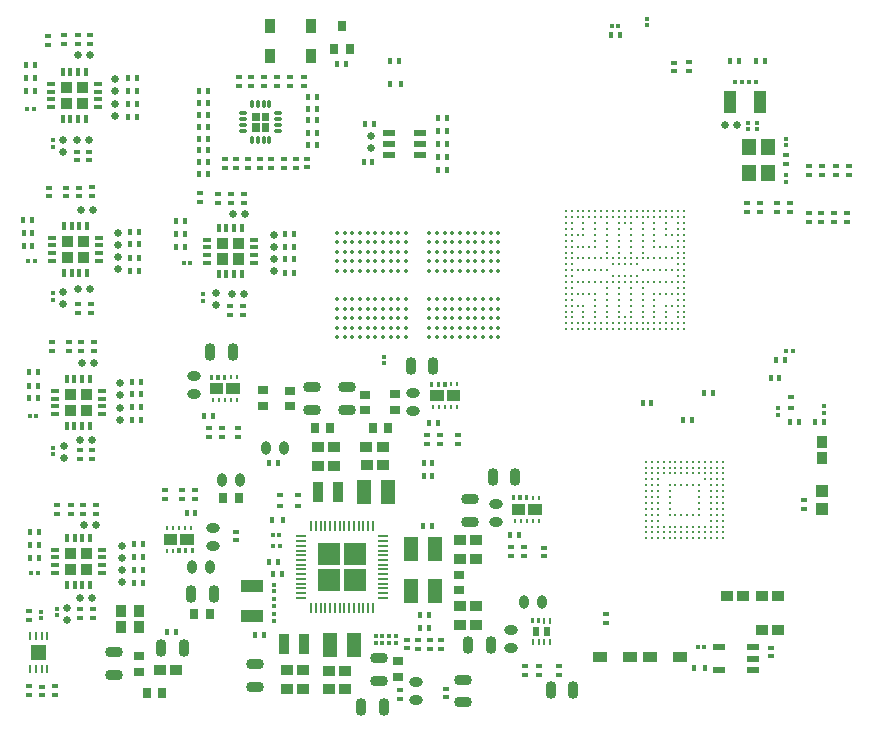
<source format=gbr>
%TF.GenerationSoftware,Altium Limited,Altium Designer,25.7.1 (20)*%
G04 Layer_Color=13421772*
%FSLAX45Y45*%
%MOMM*%
%TF.SameCoordinates,1AA72D45-9F13-4BD8-B423-63960E99F270*%
%TF.FilePolarity,Positive*%
%TF.FileFunction,Paste,Top*%
%TF.Part,Single*%
G01*
G75*
%TA.AperFunction,SMDPad,CuDef*%
%ADD10O,0.27940X0.81280*%
%ADD11O,0.81280X0.27940*%
%ADD13O,0.88900X1.14300*%
%ADD14O,1.14300X0.88900*%
%ADD15O,1.52400X0.88900*%
%ADD16O,0.88900X1.52400*%
%ADD18R,1.09220X1.90500*%
%ADD19R,0.86360X1.80340*%
%ADD20R,1.21920X2.00660*%
%ADD21C,0.63500*%
%ADD22R,1.21920X0.88900*%
%ADD23R,0.30480X0.30480*%
%ADD24R,0.83820X0.71120*%
%ADD25R,0.71120X0.88900*%
%ADD26R,1.19380X1.39700*%
%ADD27R,1.11760X0.60960*%
%ADD29R,0.35560X0.78740*%
%ADD30R,0.78740X0.35560*%
%ADD31R,0.20320X0.88900*%
%ADD33R,0.88900X0.20320*%
%TA.AperFunction,BGAPad,CuDef*%
%ADD34C,0.25400*%
%TA.AperFunction,SMDPad,CuDef*%
%ADD35R,0.27940X0.48260*%
G04:AMPARAMS|DCode=37|XSize=0.0254mm|YSize=0.0254mm|CornerRadius=0mm|HoleSize=0mm|Usage=FLASHONLY|Rotation=0.000|XOffset=0mm|YOffset=0mm|HoleType=Round|Shape=Octagon|*
%AMOCTAGOND37*
4,1,8,0.01270,-0.00635,0.01270,0.00635,0.00635,0.01270,-0.00635,0.01270,-0.01270,0.00635,-0.01270,-0.00635,-0.00635,-0.01270,0.00635,-0.01270,0.01270,-0.00635,0.0*
%
%ADD37OCTAGOND37*%

%ADD38R,0.25400X0.45720*%
%ADD41R,0.45720X0.60960*%
%ADD42R,0.99060X0.81280*%
%ADD43R,1.01600X1.01600*%
%ADD44R,0.25400X0.63500*%
%TA.AperFunction,BGAPad,CuDef*%
%ADD46C,0.35560*%
%TA.AperFunction,SMDPad,CuDef*%
%ADD50R,0.45720X0.50800*%
%ADD51R,0.50800X0.45720*%
%ADD52R,0.99060X0.81280*%
%ADD53R,0.81280X0.99060*%
%ADD54R,0.71120X0.83820*%
%ADD55R,0.30480X0.30480*%
%ADD56R,0.88900X1.21920*%
%ADD57R,1.90500X1.09220*%
%ADD58R,0.60960X0.45720*%
G36*
X726008Y5368417D02*
X630555D01*
Y5463870D01*
X726008D01*
Y5368417D01*
D02*
G37*
G36*
X591033D02*
X495579D01*
Y5463870D01*
X591033D01*
Y5368417D01*
D02*
G37*
G36*
X726008Y5233441D02*
X630555D01*
Y5328895D01*
X726008D01*
Y5233441D01*
D02*
G37*
G36*
X591033D02*
X495579D01*
Y5328895D01*
X591033D01*
Y5233441D01*
D02*
G37*
G36*
X2259559Y5131486D02*
X2197329D01*
Y5202606D01*
X2259559D01*
Y5131486D01*
D02*
G37*
G36*
X2179549D02*
X2117319D01*
Y5202606D01*
X2179549D01*
Y5131486D01*
D02*
G37*
G36*
X2259559Y5042586D02*
X2197329D01*
Y5113706D01*
X2259559D01*
Y5042586D01*
D02*
G37*
G36*
X2179549D02*
X2117319D01*
Y5113706D01*
X2179549D01*
Y5042586D01*
D02*
G37*
G36*
X736067Y4066388D02*
X640613D01*
Y4161841D01*
X736067D01*
Y4066388D01*
D02*
G37*
G36*
X601091D02*
X505638D01*
Y4161841D01*
X601091D01*
Y4066388D01*
D02*
G37*
G36*
X2047062Y4051325D02*
X1951609D01*
Y4146779D01*
X2047062D01*
Y4051325D01*
D02*
G37*
G36*
X1912087D02*
X1816633D01*
Y4146779D01*
X1912087D01*
Y4051325D01*
D02*
G37*
G36*
X736067Y3931412D02*
X640613D01*
Y4026865D01*
X736067D01*
Y3931412D01*
D02*
G37*
G36*
X601091D02*
X505638D01*
Y4026865D01*
X601091D01*
Y3931412D01*
D02*
G37*
G36*
X2047062Y3916350D02*
X1951609D01*
Y4011803D01*
X2047062D01*
Y3916350D01*
D02*
G37*
G36*
X1912087D02*
X1816633D01*
Y4011803D01*
X1912087D01*
Y3916350D01*
D02*
G37*
G36*
X1897126Y2941269D02*
X1869135D01*
Y2986253D01*
X1897126D01*
Y2941269D01*
D02*
G37*
G36*
X1841144D02*
X1813128D01*
Y2986253D01*
X1841144D01*
Y2941269D01*
D02*
G37*
G36*
X1785137D02*
X1757147D01*
Y2986253D01*
X1785137D01*
Y2941269D01*
D02*
G37*
G36*
X3764356Y2882087D02*
X3736365D01*
Y2927071D01*
X3764356D01*
Y2882087D01*
D02*
G37*
G36*
X3708375D02*
X3680358D01*
Y2927071D01*
X3708375D01*
Y2882087D01*
D02*
G37*
G36*
X3652368D02*
X3624377D01*
Y2927071D01*
X3652368D01*
Y2882087D01*
D02*
G37*
G36*
X2012544Y2819375D02*
X1897736D01*
Y2913151D01*
X2012544D01*
Y2819375D01*
D02*
G37*
G36*
X1872539D02*
X1757731D01*
Y2913151D01*
X1872539D01*
Y2819375D01*
D02*
G37*
G36*
X759231Y2770734D02*
X663778D01*
Y2866187D01*
X759231D01*
Y2770734D01*
D02*
G37*
G36*
X624256D02*
X528803D01*
Y2866187D01*
X624256D01*
Y2770734D01*
D02*
G37*
G36*
X3879774Y2760193D02*
X3764966D01*
Y2853969D01*
X3879774D01*
Y2760193D01*
D02*
G37*
G36*
X3739769D02*
X3624961D01*
Y2853969D01*
X3739769D01*
Y2760193D01*
D02*
G37*
G36*
X759231Y2635758D02*
X663778D01*
Y2731211D01*
X759231D01*
Y2635758D01*
D02*
G37*
G36*
X624256D02*
X528803D01*
Y2731211D01*
X624256D01*
Y2635758D01*
D02*
G37*
G36*
X4454500Y1921713D02*
X4426509D01*
Y1966697D01*
X4454500D01*
Y1921713D01*
D02*
G37*
G36*
X4398518D02*
X4370502D01*
Y1966697D01*
X4398518D01*
Y1921713D01*
D02*
G37*
G36*
X4342511D02*
X4314520D01*
Y1966697D01*
X4342511D01*
Y1921713D01*
D02*
G37*
G36*
X4569917Y1799819D02*
X4455109D01*
Y1893595D01*
X4569917D01*
Y1799819D01*
D02*
G37*
G36*
X4429912D02*
X4315104D01*
Y1893595D01*
X4429912D01*
Y1799819D01*
D02*
G37*
G36*
X1624305Y1545234D02*
X1509497D01*
Y1639011D01*
X1624305D01*
Y1545234D01*
D02*
G37*
G36*
X1484300D02*
X1369492D01*
Y1639011D01*
X1484300D01*
Y1545234D01*
D02*
G37*
G36*
X1624889Y1472133D02*
X1596898D01*
Y1517117D01*
X1624889D01*
Y1472133D01*
D02*
G37*
G36*
X1568907D02*
X1540891D01*
Y1517117D01*
X1568907D01*
Y1472133D01*
D02*
G37*
G36*
X1512900D02*
X1484909D01*
Y1517117D01*
X1512900D01*
Y1472133D01*
D02*
G37*
G36*
X760908Y1425753D02*
X665455D01*
Y1521206D01*
X760908D01*
Y1425753D01*
D02*
G37*
G36*
X625932D02*
X530479D01*
Y1521206D01*
X625932D01*
Y1425753D01*
D02*
G37*
G36*
X3077972Y1370736D02*
X2891968D01*
Y1556741D01*
X3077972D01*
Y1370736D01*
D02*
G37*
G36*
X2862961D02*
X2676957D01*
Y1556741D01*
X2862961D01*
Y1370736D01*
D02*
G37*
G36*
X760908Y1290777D02*
X665455D01*
Y1386230D01*
X760908D01*
Y1290777D01*
D02*
G37*
G36*
X625932D02*
X530479D01*
Y1386230D01*
X625932D01*
Y1290777D01*
D02*
G37*
G36*
X3077972Y1155725D02*
X2891968D01*
Y1341730D01*
X3077972D01*
Y1155725D01*
D02*
G37*
G36*
X2862961D02*
X2676957D01*
Y1341730D01*
X2862961D01*
Y1155725D01*
D02*
G37*
G36*
X4556862Y879399D02*
X4526864D01*
Y922401D01*
X4556862D01*
Y879399D01*
D02*
G37*
G36*
X4506874D02*
X4476877D01*
Y922401D01*
X4506874D01*
Y879399D01*
D02*
G37*
G36*
X4641875Y769899D02*
X4586859D01*
Y849909D01*
X4641875D01*
Y769899D01*
D02*
G37*
G36*
X4546879D02*
X4491863D01*
Y849909D01*
X4546879D01*
Y769899D01*
D02*
G37*
G36*
X368579Y572770D02*
X248590D01*
Y692760D01*
X368579D01*
Y572770D01*
D02*
G37*
D10*
X2263445Y4971948D02*
D03*
X2213432D02*
D03*
X2163445D02*
D03*
X2113432D02*
D03*
Y5273243D02*
D03*
X2163445D02*
D03*
X2213432D02*
D03*
X2263445D02*
D03*
D11*
X2037791Y5197602D02*
D03*
Y5147589D02*
D03*
Y5097602D02*
D03*
Y5047590D02*
D03*
X2339086D02*
D03*
Y5097602D02*
D03*
Y5147589D02*
D03*
Y5197602D02*
D03*
D13*
X4419727Y1057554D02*
D03*
X4572127D02*
D03*
X1858493Y2096643D02*
D03*
X2010893D02*
D03*
X2386584Y2364105D02*
D03*
X2234184D02*
D03*
X1606372Y1360246D02*
D03*
X1758772D02*
D03*
D14*
X4309974Y669519D02*
D03*
Y821919D02*
D03*
X3505098Y383540D02*
D03*
Y231140D02*
D03*
X3479698Y2680487D02*
D03*
Y2832887D02*
D03*
X1628115Y2977947D02*
D03*
Y2825547D02*
D03*
X4185717Y1892529D02*
D03*
Y1740129D02*
D03*
X1782623Y1535201D02*
D03*
Y1687601D02*
D03*
D15*
X2139747Y341401D02*
D03*
Y534441D02*
D03*
X2139163Y341833D02*
D03*
Y534873D02*
D03*
X3191205Y393141D02*
D03*
Y586181D02*
D03*
X3905910Y404089D02*
D03*
Y211049D02*
D03*
X2620035Y2879598D02*
D03*
Y2686558D02*
D03*
X2916834Y2685542D02*
D03*
Y2878582D02*
D03*
X947318Y636524D02*
D03*
Y443484D02*
D03*
X3957447Y1737868D02*
D03*
Y1930908D02*
D03*
D16*
X3232226Y175768D02*
D03*
X3039186D02*
D03*
X3234512D02*
D03*
X3041472D02*
D03*
X4643526Y315697D02*
D03*
X4836566D02*
D03*
X1537665Y668782D02*
D03*
X1344625D02*
D03*
X3652241Y3057957D02*
D03*
X3459201D02*
D03*
X1757629Y3174924D02*
D03*
X1950669D02*
D03*
X1597838Y1124509D02*
D03*
X1790878D02*
D03*
X4345305Y2118360D02*
D03*
X4152265D02*
D03*
X3945230Y694690D02*
D03*
X4138270D02*
D03*
D18*
X6164885Y5290033D02*
D03*
X6414872D02*
D03*
D19*
X2390216Y701853D02*
D03*
X2557196D02*
D03*
X2676500Y1991741D02*
D03*
X2843479D02*
D03*
D20*
X3066161Y1993722D02*
D03*
X3268091D02*
D03*
X3462655Y1506957D02*
D03*
X3664585D02*
D03*
X3460242Y1154049D02*
D03*
X3662172D02*
D03*
X2776880Y697306D02*
D03*
X2978810D02*
D03*
D21*
X6222086Y5099685D02*
D03*
X6120486D02*
D03*
X957656Y5485181D02*
D03*
Y5383581D02*
D03*
X519506Y3688029D02*
D03*
Y3586429D02*
D03*
X3125216Y5002809D02*
D03*
Y4901209D02*
D03*
X1810741Y3675761D02*
D03*
Y3574161D02*
D03*
X520192Y2383536D02*
D03*
Y2281936D02*
D03*
X546710Y1006246D02*
D03*
Y904646D02*
D03*
X514452Y4974819D02*
D03*
Y4873219D02*
D03*
X978002Y3883990D02*
D03*
Y3985590D02*
D03*
X645541Y3708476D02*
D03*
X747141D02*
D03*
X691109Y1715287D02*
D03*
X792709D02*
D03*
X980567Y4188206D02*
D03*
Y4086606D02*
D03*
X659536Y2434615D02*
D03*
X761136D02*
D03*
X1001293Y2605303D02*
D03*
Y2706903D02*
D03*
X1016000Y1535633D02*
D03*
Y1434033D02*
D03*
X665480Y4380560D02*
D03*
X767080D02*
D03*
X2303450Y3865423D02*
D03*
Y3967023D02*
D03*
X673862Y3085186D02*
D03*
X775462D02*
D03*
X1016711Y1228700D02*
D03*
Y1330300D02*
D03*
X1000277Y2914980D02*
D03*
Y2813380D02*
D03*
X655549Y1091997D02*
D03*
X757149D02*
D03*
X1943075Y3672002D02*
D03*
X2044675D02*
D03*
X1957324Y4347693D02*
D03*
X2058924D02*
D03*
X2301443Y4168191D02*
D03*
Y4066591D02*
D03*
X956970Y5177257D02*
D03*
Y5278857D02*
D03*
X633197Y4975047D02*
D03*
X734797D02*
D03*
X640105Y5693004D02*
D03*
X741705D02*
D03*
D22*
X5482057Y593573D02*
D03*
X5736057D02*
D03*
X5312791Y593522D02*
D03*
X5058791D02*
D03*
D23*
X6379083Y5464734D02*
D03*
X6325692D02*
D03*
X6208344Y5463337D02*
D03*
X6261735D02*
D03*
X5217693Y5935116D02*
D03*
X5164303D02*
D03*
X2295119Y1630782D02*
D03*
X2348509D02*
D03*
X222352Y3948074D02*
D03*
X275742D02*
D03*
X2295296Y1538046D02*
D03*
X2348687D02*
D03*
X6639154Y3181909D02*
D03*
X6692544D02*
D03*
X234290Y2632304D02*
D03*
X287680D02*
D03*
X213563Y5232425D02*
D03*
X266954D02*
D03*
X247015Y1306779D02*
D03*
X300406D02*
D03*
X1539469Y3929050D02*
D03*
X1592859D02*
D03*
X5890692Y675538D02*
D03*
X5944083D02*
D03*
D24*
X2435047Y2720619D02*
D03*
Y2850617D02*
D03*
X3076524Y2684501D02*
D03*
Y2814498D02*
D03*
X1162253Y471780D02*
D03*
Y601777D02*
D03*
X2209800Y2851582D02*
D03*
Y2721585D02*
D03*
X3322980Y2817800D02*
D03*
Y2687803D02*
D03*
X3354934Y558851D02*
D03*
Y428854D02*
D03*
X3869563Y1292606D02*
D03*
Y1162609D02*
D03*
D25*
X2812898Y5745074D02*
D03*
X2877668Y5935421D02*
D03*
X2942438Y5745074D02*
D03*
D26*
X6485941Y4909642D02*
D03*
Y4689627D02*
D03*
X6325921Y4909642D02*
D03*
Y4689627D02*
D03*
D27*
X6068466Y485750D02*
D03*
Y675742D02*
D03*
X6353454Y485750D02*
D03*
Y580746D02*
D03*
Y675742D02*
D03*
X3539388Y5032756D02*
D03*
Y4937760D02*
D03*
Y4842764D02*
D03*
X3275228Y5032756D02*
D03*
Y4937760D02*
D03*
Y4842764D02*
D03*
D29*
X718363Y4244137D02*
D03*
X653364D02*
D03*
X588340D02*
D03*
X523342D02*
D03*
Y3849116D02*
D03*
X588340D02*
D03*
X653364D02*
D03*
X718363D02*
D03*
X741528Y2553462D02*
D03*
X676529D02*
D03*
X611505D02*
D03*
X546506D02*
D03*
Y2948483D02*
D03*
X611505D02*
D03*
X676529D02*
D03*
X741528D02*
D03*
X708304Y5546166D02*
D03*
X643306D02*
D03*
X578282D02*
D03*
X513283D02*
D03*
Y5151145D02*
D03*
X578282D02*
D03*
X643306D02*
D03*
X708304D02*
D03*
X743204Y1208481D02*
D03*
X678205D02*
D03*
X613181D02*
D03*
X548183D02*
D03*
Y1603502D02*
D03*
X613181D02*
D03*
X678205D02*
D03*
X743204D02*
D03*
X2029358Y4229075D02*
D03*
X1964360D02*
D03*
X1899336D02*
D03*
X1834337D02*
D03*
Y3834054D02*
D03*
X1899336D02*
D03*
X1964360D02*
D03*
X2029358D02*
D03*
D30*
X423342Y4144137D02*
D03*
Y4079138D02*
D03*
Y4014114D02*
D03*
Y3949116D02*
D03*
X818363D02*
D03*
Y4014114D02*
D03*
Y4079138D02*
D03*
Y4144137D02*
D03*
X841527Y2848483D02*
D03*
Y2783484D02*
D03*
Y2718460D02*
D03*
Y2653462D02*
D03*
X446507D02*
D03*
Y2718460D02*
D03*
Y2783484D02*
D03*
Y2848483D02*
D03*
X413283Y5446166D02*
D03*
Y5381168D02*
D03*
Y5316144D02*
D03*
Y5251145D02*
D03*
X808304D02*
D03*
Y5316144D02*
D03*
Y5381168D02*
D03*
Y5446166D02*
D03*
X843204Y1503502D02*
D03*
Y1438504D02*
D03*
Y1373480D02*
D03*
Y1308481D02*
D03*
X448183D02*
D03*
Y1373480D02*
D03*
Y1438504D02*
D03*
Y1503502D02*
D03*
X1734337Y4129075D02*
D03*
Y4064076D02*
D03*
Y3999052D02*
D03*
Y3934054D02*
D03*
X2129358D02*
D03*
Y3999052D02*
D03*
Y4064076D02*
D03*
Y4129075D02*
D03*
D31*
X2617470Y1011225D02*
D03*
Y1701241D02*
D03*
X2657475Y1011225D02*
D03*
Y1701241D02*
D03*
X2697455Y1011225D02*
D03*
Y1701241D02*
D03*
X2737460Y1011225D02*
D03*
Y1701241D02*
D03*
X2777465Y1011225D02*
D03*
Y1701241D02*
D03*
X2817470Y1011225D02*
D03*
Y1701241D02*
D03*
X2857475Y1011225D02*
D03*
Y1701241D02*
D03*
X2897454Y1011225D02*
D03*
Y1701241D02*
D03*
X2937459Y1011225D02*
D03*
Y1701241D02*
D03*
X2977464Y1011225D02*
D03*
Y1701241D02*
D03*
X3017469Y1011225D02*
D03*
Y1701241D02*
D03*
X3057474Y1011225D02*
D03*
Y1701241D02*
D03*
X3097454Y1011225D02*
D03*
Y1701241D02*
D03*
X3137459Y1011225D02*
D03*
Y1701241D02*
D03*
D33*
X3222473Y1096239D02*
D03*
Y1136244D02*
D03*
Y1176223D02*
D03*
Y1216228D02*
D03*
Y1256233D02*
D03*
Y1296238D02*
D03*
Y1336243D02*
D03*
Y1376223D02*
D03*
Y1416228D02*
D03*
Y1456233D02*
D03*
Y1496238D02*
D03*
Y1536243D02*
D03*
Y1576222D02*
D03*
Y1616227D02*
D03*
X2532456Y1096239D02*
D03*
Y1136244D02*
D03*
Y1176223D02*
D03*
Y1216228D02*
D03*
Y1256233D02*
D03*
Y1296238D02*
D03*
Y1336243D02*
D03*
Y1376223D02*
D03*
Y1416228D02*
D03*
Y1456233D02*
D03*
Y1496238D02*
D03*
Y1536243D02*
D03*
Y1576222D02*
D03*
Y1616227D02*
D03*
D34*
X5450942Y1599463D02*
D03*
Y1649451D02*
D03*
Y1699463D02*
D03*
Y1749450D02*
D03*
Y1799463D02*
D03*
Y1849450D02*
D03*
Y1899463D02*
D03*
Y1949450D02*
D03*
Y1999463D02*
D03*
Y2049450D02*
D03*
Y2099462D02*
D03*
Y2149450D02*
D03*
Y2199462D02*
D03*
Y2249449D02*
D03*
X5500929Y1599463D02*
D03*
Y1649451D02*
D03*
Y1699463D02*
D03*
Y1749450D02*
D03*
Y1799463D02*
D03*
Y1849450D02*
D03*
Y1899463D02*
D03*
Y1949450D02*
D03*
Y1999463D02*
D03*
Y2049450D02*
D03*
Y2099462D02*
D03*
Y2149450D02*
D03*
Y2199462D02*
D03*
Y2249449D02*
D03*
X5550941Y1599463D02*
D03*
Y1649451D02*
D03*
Y1699463D02*
D03*
Y1749450D02*
D03*
Y1799463D02*
D03*
Y1849450D02*
D03*
Y1899463D02*
D03*
Y1949450D02*
D03*
Y1999463D02*
D03*
Y2049450D02*
D03*
Y2099462D02*
D03*
Y2149450D02*
D03*
Y2199462D02*
D03*
Y2249449D02*
D03*
X5600929Y1599463D02*
D03*
Y1649451D02*
D03*
Y1699463D02*
D03*
Y2149450D02*
D03*
Y2199462D02*
D03*
Y2249449D02*
D03*
X5650941Y1599463D02*
D03*
Y1649451D02*
D03*
Y1699463D02*
D03*
Y1799463D02*
D03*
Y1849450D02*
D03*
Y1899463D02*
D03*
Y1949450D02*
D03*
Y1999463D02*
D03*
Y2049450D02*
D03*
Y2149450D02*
D03*
Y2199462D02*
D03*
Y2249449D02*
D03*
X5700928Y1599463D02*
D03*
Y1649451D02*
D03*
Y1699463D02*
D03*
Y1799463D02*
D03*
Y2049450D02*
D03*
Y2149450D02*
D03*
Y2199462D02*
D03*
Y2249449D02*
D03*
X5750941Y1599463D02*
D03*
Y1649451D02*
D03*
Y1699463D02*
D03*
Y1799463D02*
D03*
Y2049450D02*
D03*
Y2149450D02*
D03*
Y2199462D02*
D03*
Y2249449D02*
D03*
X5800928Y1599463D02*
D03*
Y1649451D02*
D03*
Y1699463D02*
D03*
Y1799463D02*
D03*
Y2049450D02*
D03*
Y2149450D02*
D03*
Y2199462D02*
D03*
Y2249449D02*
D03*
X5850941Y1599463D02*
D03*
Y1649451D02*
D03*
Y1699463D02*
D03*
Y1799463D02*
D03*
Y2049450D02*
D03*
Y2149450D02*
D03*
Y2199462D02*
D03*
Y2249449D02*
D03*
X5900928Y1599463D02*
D03*
Y1649451D02*
D03*
Y1699463D02*
D03*
Y1799463D02*
D03*
Y1849450D02*
D03*
Y1899463D02*
D03*
Y1949450D02*
D03*
Y1999463D02*
D03*
Y2049450D02*
D03*
Y2149450D02*
D03*
Y2199462D02*
D03*
Y2249449D02*
D03*
X5950941Y1599463D02*
D03*
Y1649451D02*
D03*
Y1699463D02*
D03*
Y2099462D02*
D03*
Y2149450D02*
D03*
Y2199462D02*
D03*
Y2249449D02*
D03*
X6000928Y1599463D02*
D03*
Y1649451D02*
D03*
Y1699463D02*
D03*
Y1749450D02*
D03*
Y1799463D02*
D03*
Y1849450D02*
D03*
Y1899463D02*
D03*
Y1949450D02*
D03*
Y1999463D02*
D03*
Y2049450D02*
D03*
Y2099462D02*
D03*
Y2149450D02*
D03*
Y2199462D02*
D03*
Y2249449D02*
D03*
X6050940Y1599463D02*
D03*
Y1649451D02*
D03*
Y1699463D02*
D03*
Y1749450D02*
D03*
Y1799463D02*
D03*
Y1849450D02*
D03*
Y1899463D02*
D03*
Y1949450D02*
D03*
Y1999463D02*
D03*
Y2049450D02*
D03*
Y2099462D02*
D03*
Y2149450D02*
D03*
Y2199462D02*
D03*
Y2249449D02*
D03*
X6100928Y1599463D02*
D03*
Y1649451D02*
D03*
Y1699463D02*
D03*
Y1749450D02*
D03*
Y1799463D02*
D03*
Y1849450D02*
D03*
Y1899463D02*
D03*
Y1949450D02*
D03*
Y1999463D02*
D03*
Y2049450D02*
D03*
Y2099462D02*
D03*
Y2149450D02*
D03*
Y2199462D02*
D03*
Y2249449D02*
D03*
X4772330Y3369640D02*
D03*
Y3419653D02*
D03*
Y3469640D02*
D03*
Y3519653D02*
D03*
Y3569640D02*
D03*
Y3619652D02*
D03*
Y3669640D02*
D03*
Y3719652D02*
D03*
Y3769639D02*
D03*
Y3819652D02*
D03*
Y3869639D02*
D03*
Y3919652D02*
D03*
Y3969639D02*
D03*
Y4019652D02*
D03*
Y4069639D02*
D03*
Y4119651D02*
D03*
Y4169639D02*
D03*
Y4219651D02*
D03*
Y4269638D02*
D03*
Y4319651D02*
D03*
Y4369638D02*
D03*
X4822317Y3369640D02*
D03*
Y3419653D02*
D03*
Y3469640D02*
D03*
Y3519653D02*
D03*
Y3569640D02*
D03*
Y3619652D02*
D03*
Y3669640D02*
D03*
Y3719652D02*
D03*
Y3769639D02*
D03*
Y3819652D02*
D03*
Y3869639D02*
D03*
Y3919652D02*
D03*
Y3969639D02*
D03*
Y4019652D02*
D03*
Y4069639D02*
D03*
Y4119651D02*
D03*
Y4169639D02*
D03*
Y4219651D02*
D03*
Y4269638D02*
D03*
Y4319651D02*
D03*
Y4369638D02*
D03*
X4872330Y3369640D02*
D03*
Y3419653D02*
D03*
Y3569640D02*
D03*
Y3669640D02*
D03*
Y3769639D02*
D03*
Y3869639D02*
D03*
Y3969639D02*
D03*
Y4069639D02*
D03*
Y4169639D02*
D03*
Y4319651D02*
D03*
Y4369638D02*
D03*
X4922317Y3369640D02*
D03*
Y3419653D02*
D03*
Y3469640D02*
D03*
Y3519653D02*
D03*
Y3569640D02*
D03*
Y3669640D02*
D03*
Y3769639D02*
D03*
Y3869639D02*
D03*
Y3969639D02*
D03*
Y4069639D02*
D03*
Y4169639D02*
D03*
Y4219651D02*
D03*
Y4269638D02*
D03*
Y4319651D02*
D03*
Y4369638D02*
D03*
X4972329Y3369640D02*
D03*
Y3419653D02*
D03*
Y3669640D02*
D03*
Y3769639D02*
D03*
Y3869639D02*
D03*
Y3969639D02*
D03*
Y4069639D02*
D03*
Y4319651D02*
D03*
Y4369638D02*
D03*
X5022317Y3369640D02*
D03*
Y3419653D02*
D03*
Y3469640D02*
D03*
Y3519653D02*
D03*
Y3569640D02*
D03*
Y3619652D02*
D03*
Y3669640D02*
D03*
Y3769639D02*
D03*
Y3869639D02*
D03*
Y3969639D02*
D03*
Y4069639D02*
D03*
Y4119651D02*
D03*
Y4169639D02*
D03*
Y4219651D02*
D03*
Y4269638D02*
D03*
Y4319651D02*
D03*
Y4369638D02*
D03*
X5072329Y3369640D02*
D03*
Y3419653D02*
D03*
Y3769639D02*
D03*
Y3869639D02*
D03*
Y3969639D02*
D03*
Y4319651D02*
D03*
Y4369638D02*
D03*
X5122316Y3369640D02*
D03*
Y3419653D02*
D03*
Y3469640D02*
D03*
Y3519653D02*
D03*
Y3569640D02*
D03*
Y3619652D02*
D03*
Y3669640D02*
D03*
Y3719652D02*
D03*
Y3769639D02*
D03*
Y3869639D02*
D03*
Y3969639D02*
D03*
Y4019652D02*
D03*
Y4069639D02*
D03*
Y4119651D02*
D03*
Y4169639D02*
D03*
Y4219651D02*
D03*
Y4269638D02*
D03*
Y4319651D02*
D03*
Y4369638D02*
D03*
X5172329Y3369640D02*
D03*
Y3419653D02*
D03*
Y3769639D02*
D03*
Y3819652D02*
D03*
Y3919652D02*
D03*
Y3969639D02*
D03*
Y4319651D02*
D03*
Y4369638D02*
D03*
X5222316Y3369640D02*
D03*
Y3419653D02*
D03*
Y3469640D02*
D03*
Y3519653D02*
D03*
Y3569640D02*
D03*
Y3619652D02*
D03*
Y3669640D02*
D03*
Y3719652D02*
D03*
Y3769639D02*
D03*
Y3819652D02*
D03*
Y3919652D02*
D03*
Y3969639D02*
D03*
Y4019652D02*
D03*
Y4069639D02*
D03*
Y4119651D02*
D03*
Y4169639D02*
D03*
Y4219651D02*
D03*
Y4269638D02*
D03*
Y4319651D02*
D03*
Y4369638D02*
D03*
X5272329Y3369640D02*
D03*
Y3419653D02*
D03*
Y3469640D02*
D03*
Y3769639D02*
D03*
Y3819652D02*
D03*
Y3919652D02*
D03*
Y3969639D02*
D03*
Y4269638D02*
D03*
Y4319651D02*
D03*
Y4369638D02*
D03*
X5322341Y3369640D02*
D03*
Y3419653D02*
D03*
Y3469640D02*
D03*
Y3519653D02*
D03*
Y3569640D02*
D03*
Y3619652D02*
D03*
Y3669640D02*
D03*
Y3719652D02*
D03*
Y3769639D02*
D03*
Y3819652D02*
D03*
Y3919652D02*
D03*
Y3969639D02*
D03*
Y4019652D02*
D03*
Y4069639D02*
D03*
Y4119651D02*
D03*
Y4169639D02*
D03*
Y4219651D02*
D03*
Y4269638D02*
D03*
Y4319651D02*
D03*
Y4369638D02*
D03*
X5372329Y3369640D02*
D03*
Y3419653D02*
D03*
Y3769639D02*
D03*
Y3819652D02*
D03*
Y3919652D02*
D03*
Y3969639D02*
D03*
Y4319651D02*
D03*
Y4369638D02*
D03*
X5422341Y3369640D02*
D03*
Y3419653D02*
D03*
Y3469640D02*
D03*
Y3519653D02*
D03*
Y3569640D02*
D03*
Y3619652D02*
D03*
Y3669640D02*
D03*
Y3719652D02*
D03*
Y3769639D02*
D03*
Y3869639D02*
D03*
Y3969639D02*
D03*
Y4019652D02*
D03*
Y4069639D02*
D03*
Y4119651D02*
D03*
Y4169639D02*
D03*
Y4219651D02*
D03*
Y4269638D02*
D03*
Y4319651D02*
D03*
Y4369638D02*
D03*
X5472328Y3369640D02*
D03*
Y3419653D02*
D03*
Y3769639D02*
D03*
Y3869639D02*
D03*
Y3969639D02*
D03*
Y4319651D02*
D03*
Y4369638D02*
D03*
X5522341Y3369640D02*
D03*
Y3419653D02*
D03*
Y3469640D02*
D03*
Y3519653D02*
D03*
Y3569640D02*
D03*
Y3619652D02*
D03*
Y3669640D02*
D03*
Y3769639D02*
D03*
Y3869639D02*
D03*
Y3969639D02*
D03*
Y4069639D02*
D03*
Y4119651D02*
D03*
Y4169639D02*
D03*
Y4219651D02*
D03*
Y4269638D02*
D03*
Y4319651D02*
D03*
Y4369638D02*
D03*
X5572328Y3369640D02*
D03*
Y3419653D02*
D03*
Y3669640D02*
D03*
Y3769639D02*
D03*
Y3869639D02*
D03*
Y3969639D02*
D03*
Y4069639D02*
D03*
Y4319651D02*
D03*
Y4369638D02*
D03*
X5622341Y3369640D02*
D03*
Y3419653D02*
D03*
Y3469640D02*
D03*
Y3519653D02*
D03*
Y3569640D02*
D03*
Y3669640D02*
D03*
Y3769639D02*
D03*
Y3869639D02*
D03*
Y3969639D02*
D03*
Y4069639D02*
D03*
Y4169639D02*
D03*
Y4219651D02*
D03*
Y4269638D02*
D03*
Y4319651D02*
D03*
Y4369638D02*
D03*
X5672328Y3369640D02*
D03*
Y3419653D02*
D03*
Y3569640D02*
D03*
Y3669640D02*
D03*
Y3769639D02*
D03*
Y3869639D02*
D03*
Y3969639D02*
D03*
Y4069639D02*
D03*
Y4169639D02*
D03*
Y4319651D02*
D03*
Y4369638D02*
D03*
X5722341Y3369640D02*
D03*
Y3419653D02*
D03*
Y3469640D02*
D03*
Y3519653D02*
D03*
Y3569640D02*
D03*
Y3619652D02*
D03*
Y3669640D02*
D03*
Y3719652D02*
D03*
Y3769639D02*
D03*
Y3819652D02*
D03*
Y3869639D02*
D03*
Y3919652D02*
D03*
Y3969639D02*
D03*
Y4019652D02*
D03*
Y4069639D02*
D03*
Y4119651D02*
D03*
Y4169639D02*
D03*
Y4219651D02*
D03*
Y4269638D02*
D03*
Y4319651D02*
D03*
Y4369638D02*
D03*
X5772328Y3369640D02*
D03*
Y3419653D02*
D03*
Y3469640D02*
D03*
Y3519653D02*
D03*
Y3569640D02*
D03*
Y3619652D02*
D03*
Y3669640D02*
D03*
Y3719652D02*
D03*
Y3769639D02*
D03*
Y3819652D02*
D03*
Y3869639D02*
D03*
Y3919652D02*
D03*
Y3969639D02*
D03*
Y4019652D02*
D03*
Y4069639D02*
D03*
Y4119651D02*
D03*
Y4169639D02*
D03*
Y4219651D02*
D03*
Y4269638D02*
D03*
Y4319651D02*
D03*
Y4369638D02*
D03*
D35*
X4641875Y900913D02*
D03*
Y718896D02*
D03*
X4591863Y900913D02*
D03*
Y718896D02*
D03*
X4541876D02*
D03*
X4491863D02*
D03*
D37*
Y900913D02*
D03*
D38*
X3652368Y2709570D02*
D03*
X3702355D02*
D03*
X3752367D02*
D03*
X3802380D02*
D03*
Y2904592D02*
D03*
X3852367Y2709570D02*
D03*
Y2904592D02*
D03*
X1985137Y2963774D02*
D03*
Y2768752D02*
D03*
X1935150Y2963774D02*
D03*
Y2768752D02*
D03*
X1885137D02*
D03*
X1835125D02*
D03*
X1785137D02*
D03*
X4342511Y1749196D02*
D03*
X4392498D02*
D03*
X4442511D02*
D03*
X4492523D02*
D03*
Y1944218D02*
D03*
X4542511Y1749196D02*
D03*
Y1944218D02*
D03*
X1396898Y1494612D02*
D03*
Y1689633D02*
D03*
X1446886Y1494612D02*
D03*
Y1689633D02*
D03*
X1496898D02*
D03*
X1546911D02*
D03*
X1596898D02*
D03*
D41*
X3282112Y5444566D02*
D03*
X3377108D02*
D03*
X5952947Y499288D02*
D03*
X5857951D02*
D03*
X2378278Y1752905D02*
D03*
X2283282D02*
D03*
D42*
X1471447Y483413D02*
D03*
X1333424D02*
D03*
D43*
X6942455Y1848333D02*
D03*
Y2000733D02*
D03*
D44*
X233578Y774014D02*
D03*
Y491515D02*
D03*
X383591Y774014D02*
D03*
Y491515D02*
D03*
X333578Y774014D02*
D03*
Y491515D02*
D03*
X283591Y774014D02*
D03*
Y491515D02*
D03*
D46*
X4200982Y4184675D02*
D03*
Y4104665D02*
D03*
Y4024681D02*
D03*
Y3944671D02*
D03*
Y3864661D02*
D03*
Y3624682D02*
D03*
Y3544672D02*
D03*
Y3464662D02*
D03*
Y3384677D02*
D03*
Y3304667D02*
D03*
X4135984Y4184675D02*
D03*
Y4104665D02*
D03*
Y4024681D02*
D03*
Y3944671D02*
D03*
Y3864661D02*
D03*
Y3624682D02*
D03*
Y3544672D02*
D03*
Y3464662D02*
D03*
Y3384677D02*
D03*
Y3304667D02*
D03*
X4070985Y4184675D02*
D03*
Y4104665D02*
D03*
Y4024681D02*
D03*
Y3944671D02*
D03*
Y3864661D02*
D03*
Y3624682D02*
D03*
Y3544672D02*
D03*
Y3464662D02*
D03*
Y3384677D02*
D03*
Y3304667D02*
D03*
X4005986Y4184675D02*
D03*
Y4104665D02*
D03*
Y4024681D02*
D03*
Y3944671D02*
D03*
Y3864661D02*
D03*
Y3624682D02*
D03*
Y3544672D02*
D03*
Y3464662D02*
D03*
Y3384677D02*
D03*
Y3304667D02*
D03*
X3940988Y4184675D02*
D03*
Y4104665D02*
D03*
Y4024681D02*
D03*
Y3944671D02*
D03*
Y3864661D02*
D03*
Y3624682D02*
D03*
Y3544672D02*
D03*
Y3464662D02*
D03*
Y3384677D02*
D03*
Y3304667D02*
D03*
X3875989Y4184675D02*
D03*
Y4104665D02*
D03*
Y4024681D02*
D03*
Y3944671D02*
D03*
Y3864661D02*
D03*
Y3624682D02*
D03*
Y3544672D02*
D03*
Y3464662D02*
D03*
Y3384677D02*
D03*
Y3304667D02*
D03*
X3810991Y4184675D02*
D03*
Y4104665D02*
D03*
Y4024681D02*
D03*
Y3944671D02*
D03*
Y3864661D02*
D03*
Y3624682D02*
D03*
Y3544672D02*
D03*
Y3464662D02*
D03*
Y3384677D02*
D03*
Y3304667D02*
D03*
X3745992Y4184675D02*
D03*
Y4104665D02*
D03*
Y4024681D02*
D03*
Y3944671D02*
D03*
Y3864661D02*
D03*
Y3624682D02*
D03*
Y3544672D02*
D03*
Y3464662D02*
D03*
Y3384677D02*
D03*
Y3304667D02*
D03*
X3680993Y4184675D02*
D03*
Y4104665D02*
D03*
Y4024681D02*
D03*
Y3944671D02*
D03*
Y3864661D02*
D03*
Y3624682D02*
D03*
Y3544672D02*
D03*
Y3464662D02*
D03*
Y3384677D02*
D03*
Y3304667D02*
D03*
X3615995Y4184675D02*
D03*
Y4104665D02*
D03*
Y4024681D02*
D03*
Y3944671D02*
D03*
Y3864661D02*
D03*
Y3624682D02*
D03*
Y3544672D02*
D03*
Y3464662D02*
D03*
Y3384677D02*
D03*
Y3304667D02*
D03*
X3420974Y4184675D02*
D03*
Y4104665D02*
D03*
Y4024681D02*
D03*
Y3944671D02*
D03*
Y3864661D02*
D03*
Y3624682D02*
D03*
Y3544672D02*
D03*
Y3464662D02*
D03*
Y3384677D02*
D03*
Y3304667D02*
D03*
X3355975Y4184675D02*
D03*
Y4104665D02*
D03*
Y4024681D02*
D03*
Y3944671D02*
D03*
Y3864661D02*
D03*
Y3624682D02*
D03*
Y3544672D02*
D03*
Y3464662D02*
D03*
Y3384677D02*
D03*
Y3304667D02*
D03*
X3290976Y4184675D02*
D03*
Y4104665D02*
D03*
Y4024681D02*
D03*
Y3944671D02*
D03*
Y3864661D02*
D03*
Y3624682D02*
D03*
Y3544672D02*
D03*
Y3464662D02*
D03*
Y3384677D02*
D03*
Y3304667D02*
D03*
X3225978Y4184675D02*
D03*
Y4104665D02*
D03*
Y4024681D02*
D03*
Y3944671D02*
D03*
Y3864661D02*
D03*
Y3624682D02*
D03*
Y3544672D02*
D03*
Y3464662D02*
D03*
Y3384677D02*
D03*
Y3304667D02*
D03*
X3160979Y4184675D02*
D03*
Y4104665D02*
D03*
Y4024681D02*
D03*
Y3944671D02*
D03*
Y3864661D02*
D03*
Y3624682D02*
D03*
Y3544672D02*
D03*
Y3464662D02*
D03*
Y3384677D02*
D03*
Y3304667D02*
D03*
X3095981Y4184675D02*
D03*
Y4104665D02*
D03*
Y4024681D02*
D03*
Y3944671D02*
D03*
Y3864661D02*
D03*
Y3624682D02*
D03*
Y3544672D02*
D03*
Y3464662D02*
D03*
Y3384677D02*
D03*
Y3304667D02*
D03*
X3030982Y4184675D02*
D03*
Y4104665D02*
D03*
Y4024681D02*
D03*
Y3944671D02*
D03*
Y3864661D02*
D03*
Y3624682D02*
D03*
Y3544672D02*
D03*
Y3464662D02*
D03*
Y3384677D02*
D03*
Y3304667D02*
D03*
X2965983Y4184675D02*
D03*
Y4104665D02*
D03*
Y4024681D02*
D03*
Y3944671D02*
D03*
Y3864661D02*
D03*
Y3624682D02*
D03*
Y3544672D02*
D03*
Y3464662D02*
D03*
Y3384677D02*
D03*
Y3304667D02*
D03*
X2900985Y4184675D02*
D03*
Y4104665D02*
D03*
Y4024681D02*
D03*
Y3944671D02*
D03*
Y3864661D02*
D03*
Y3624682D02*
D03*
Y3544672D02*
D03*
Y3464662D02*
D03*
Y3384677D02*
D03*
Y3304667D02*
D03*
X2835986Y4184675D02*
D03*
Y4104665D02*
D03*
Y4024681D02*
D03*
Y3944671D02*
D03*
Y3864661D02*
D03*
Y3624682D02*
D03*
Y3544672D02*
D03*
Y3464662D02*
D03*
Y3384677D02*
D03*
Y3304667D02*
D03*
D50*
X3536493Y950290D02*
D03*
X3611474D02*
D03*
X3643681Y2234870D02*
D03*
X3568700D02*
D03*
X3567811Y2127250D02*
D03*
X3642792D02*
D03*
X2295906Y1296035D02*
D03*
X2370887D02*
D03*
X3566897Y1702613D02*
D03*
X3641877D02*
D03*
X2219300Y784174D02*
D03*
X2144319D02*
D03*
X181686Y4186809D02*
D03*
X256667D02*
D03*
X202108Y5385486D02*
D03*
X277089D02*
D03*
X3288055Y5645379D02*
D03*
X3363036D02*
D03*
X180950Y4293946D02*
D03*
X255930D02*
D03*
X3611474Y842620D02*
D03*
X3536493D02*
D03*
X256667Y4076573D02*
D03*
X181686D02*
D03*
X3766795Y5155336D02*
D03*
X3691814D02*
D03*
X302565Y2784069D02*
D03*
X227584D02*
D03*
X234798Y1431900D02*
D03*
X309778D02*
D03*
X1664030Y5286985D02*
D03*
X1739011D02*
D03*
Y5085512D02*
D03*
X1664030D02*
D03*
Y4984775D02*
D03*
X1739011D02*
D03*
Y4682566D02*
D03*
X1664030D02*
D03*
X1739011Y5387721D02*
D03*
X1664030D02*
D03*
X1473683Y4064127D02*
D03*
X1548663D02*
D03*
X1100277Y2598471D02*
D03*
X1175258D02*
D03*
X1194232Y1442593D02*
D03*
X1119251D02*
D03*
Y1551813D02*
D03*
X1194232D02*
D03*
X3134995Y4790135D02*
D03*
X3060014D02*
D03*
X3766795Y4829454D02*
D03*
X3691814D02*
D03*
Y4938674D02*
D03*
X3766795D02*
D03*
X2468855Y3961384D02*
D03*
X2393874D02*
D03*
X2394585Y3850132D02*
D03*
X2469566D02*
D03*
X1194232Y1330833D02*
D03*
X1119251D02*
D03*
Y1219581D02*
D03*
X1194232D02*
D03*
X1470279Y806755D02*
D03*
X1395298D02*
D03*
X2332228Y2233955D02*
D03*
X2257247D02*
D03*
X1156640Y4091889D02*
D03*
X1081659D02*
D03*
X1082573Y4197655D02*
D03*
X1157554D02*
D03*
X1082573Y3976929D02*
D03*
X1157554D02*
D03*
Y3866693D02*
D03*
X1082573D02*
D03*
X1064870Y5390388D02*
D03*
X1139850D02*
D03*
Y5499608D02*
D03*
X1064870D02*
D03*
Y5279136D02*
D03*
X1139850D02*
D03*
Y5170170D02*
D03*
X1064870D02*
D03*
X2393899Y4069258D02*
D03*
X2468880D02*
D03*
X2468575Y4176700D02*
D03*
X2393594D02*
D03*
X1739011Y4783303D02*
D03*
X1664030D02*
D03*
Y4884039D02*
D03*
X1739011D02*
D03*
Y5186248D02*
D03*
X1664030D02*
D03*
X227305Y3005582D02*
D03*
X302285D02*
D03*
X1100277Y2817927D02*
D03*
X1175258D02*
D03*
Y2927655D02*
D03*
X1100277D02*
D03*
X1175258Y2708707D02*
D03*
X1100277D02*
D03*
X3070860Y5105197D02*
D03*
X3145841D02*
D03*
X3691814Y4718202D02*
D03*
X3766795D02*
D03*
Y5047640D02*
D03*
X3691814D02*
D03*
X309220Y1542136D02*
D03*
X234239D02*
D03*
X234137Y1651711D02*
D03*
X309118D02*
D03*
X202819Y5496890D02*
D03*
X277800D02*
D03*
X277038Y5604027D02*
D03*
X202057D02*
D03*
X2661945Y5332959D02*
D03*
X2586965D02*
D03*
X1548409Y4175379D02*
D03*
X1473429D02*
D03*
X1473708Y4285996D02*
D03*
X1548689D02*
D03*
X2911373Y5612994D02*
D03*
X2836393D02*
D03*
X226263Y2893543D02*
D03*
X301244D02*
D03*
X6019444Y2828595D02*
D03*
X5944464D02*
D03*
X5497119Y2745308D02*
D03*
X5422138D02*
D03*
X5839917Y2601798D02*
D03*
X5764936D02*
D03*
X6625336Y3107334D02*
D03*
X6550355D02*
D03*
X6505854Y2960548D02*
D03*
X6580835D02*
D03*
X2261845Y1402715D02*
D03*
X2336825D02*
D03*
X2586965Y5030749D02*
D03*
X2661945D02*
D03*
Y5232222D02*
D03*
X2586965D02*
D03*
X2662022Y5138115D02*
D03*
X2587041D02*
D03*
X2588514Y4933315D02*
D03*
X2663495D02*
D03*
X6956908Y2581504D02*
D03*
X6881927D02*
D03*
X6745173Y2580996D02*
D03*
X6670192D02*
D03*
X5158562Y5857621D02*
D03*
X5233543D02*
D03*
X6380201Y5640426D02*
D03*
X6455181D02*
D03*
X6161938Y5638673D02*
D03*
X6236919D02*
D03*
X3687699Y2574671D02*
D03*
X3612718D02*
D03*
X1786560Y2631999D02*
D03*
X1711579D02*
D03*
X4301338Y1627353D02*
D03*
X4376318D02*
D03*
X1636344Y1811071D02*
D03*
X1561363D02*
D03*
D51*
X3718738Y741375D02*
D03*
Y666394D02*
D03*
X6637477Y4769942D02*
D03*
Y4844923D02*
D03*
X687603Y1880616D02*
D03*
Y1805635D02*
D03*
X752069Y3506851D02*
D03*
Y3581832D02*
D03*
X4714164Y445770D02*
D03*
Y520751D02*
D03*
X798347Y1805127D02*
D03*
Y1880108D02*
D03*
X6792773Y1923034D02*
D03*
Y1848053D02*
D03*
X1635430Y1936979D02*
D03*
Y2011959D02*
D03*
X4430319Y442011D02*
D03*
Y516992D02*
D03*
X525983Y5857291D02*
D03*
Y5782310D02*
D03*
X1527226Y1935353D02*
D03*
Y2010334D02*
D03*
X537540Y4569358D02*
D03*
Y4494378D02*
D03*
X4541596Y517322D02*
D03*
Y442341D02*
D03*
X1831899Y4441495D02*
D03*
Y4516476D02*
D03*
X2435962Y5508523D02*
D03*
Y5433543D02*
D03*
X1858086Y2530881D02*
D03*
Y2455901D02*
D03*
X3708349Y2395804D02*
D03*
Y2470785D02*
D03*
X4418940Y1525041D02*
D03*
Y1450061D02*
D03*
X2584628Y4739665D02*
D03*
Y4814646D02*
D03*
X2277618Y4812767D02*
D03*
Y4737786D02*
D03*
X2083740Y4738726D02*
D03*
Y4813706D02*
D03*
X1984426Y4737887D02*
D03*
Y4812868D02*
D03*
X3758616Y327863D02*
D03*
Y252882D02*
D03*
X778840Y3184017D02*
D03*
Y3258998D02*
D03*
X657073Y999388D02*
D03*
Y924408D02*
D03*
X4308196Y1523924D02*
D03*
Y1448943D02*
D03*
X2560091Y5433543D02*
D03*
Y5508523D02*
D03*
X1749425Y2455799D02*
D03*
Y2530780D02*
D03*
X562864Y3184144D02*
D03*
Y3259125D02*
D03*
X3597859Y2395906D02*
D03*
Y2470887D02*
D03*
X229845Y911352D02*
D03*
Y986333D02*
D03*
X580187Y1880311D02*
D03*
Y1805330D02*
D03*
X6506388Y675183D02*
D03*
Y600202D02*
D03*
X760324Y4570451D02*
D03*
Y4495470D02*
D03*
X1977034Y1582064D02*
D03*
Y1657045D02*
D03*
X649326Y4494403D02*
D03*
Y4569384D02*
D03*
X227152Y272161D02*
D03*
Y347142D02*
D03*
X339928Y345313D02*
D03*
Y270332D02*
D03*
X3364814Y239166D02*
D03*
Y314147D02*
D03*
X2218385Y5505983D02*
D03*
Y5431003D02*
D03*
X643509Y3508019D02*
D03*
Y3583000D02*
D03*
X748182Y5782335D02*
D03*
Y5857316D02*
D03*
X638708Y5858789D02*
D03*
Y5783809D02*
D03*
X737667Y4874946D02*
D03*
Y4799965D02*
D03*
X630225Y4799508D02*
D03*
Y4874489D02*
D03*
X2050847Y4441495D02*
D03*
Y4516476D02*
D03*
X1941373D02*
D03*
Y4441495D02*
D03*
X2043074Y3568751D02*
D03*
Y3493770D02*
D03*
X767563Y922477D02*
D03*
Y997458D02*
D03*
X1932076Y3569614D02*
D03*
Y3494634D02*
D03*
X1883689Y4812868D02*
D03*
Y4737887D02*
D03*
X2002257Y5431003D02*
D03*
Y5505983D02*
D03*
X2329434Y5433365D02*
D03*
Y5508346D02*
D03*
X1375537Y2008607D02*
D03*
Y1933626D02*
D03*
X2185899Y4812868D02*
D03*
Y4737887D02*
D03*
X2387371D02*
D03*
Y4812868D02*
D03*
X2488108D02*
D03*
Y4737887D02*
D03*
X670636Y3183712D02*
D03*
Y3258693D02*
D03*
X764921Y2272030D02*
D03*
Y2347011D02*
D03*
X656463Y2348332D02*
D03*
Y2273351D02*
D03*
X461315Y1806804D02*
D03*
Y1881784D02*
D03*
X398424Y4569130D02*
D03*
Y4494149D02*
D03*
X426568Y3183331D02*
D03*
Y3258312D02*
D03*
X391770Y5855716D02*
D03*
Y5780735D02*
D03*
X4586529Y1446759D02*
D03*
Y1521739D02*
D03*
X1998294Y2532304D02*
D03*
Y2457323D02*
D03*
X2109445Y5431003D02*
D03*
Y5505983D02*
D03*
X1679016Y4447515D02*
D03*
Y4522495D02*
D03*
X3862222Y2396160D02*
D03*
Y2471141D02*
D03*
X3427578Y742391D02*
D03*
Y667410D02*
D03*
X3525088Y666750D02*
D03*
Y741731D02*
D03*
X7045173Y4281068D02*
D03*
Y4356049D02*
D03*
X6936308Y4354119D02*
D03*
Y4279138D02*
D03*
X6304940Y4365066D02*
D03*
Y4440047D02*
D03*
X6833794Y4676140D02*
D03*
Y4751121D02*
D03*
X6940093Y4751095D02*
D03*
Y4676115D02*
D03*
X7170699Y4678655D02*
D03*
Y4753635D02*
D03*
X7063156Y4751629D02*
D03*
Y4676648D02*
D03*
X6671005Y4365650D02*
D03*
Y4440631D02*
D03*
X5113731Y882955D02*
D03*
Y957936D02*
D03*
X3623335Y741705D02*
D03*
Y666725D02*
D03*
X7150633Y4356837D02*
D03*
Y4281856D02*
D03*
X6827418Y4278503D02*
D03*
Y4353484D02*
D03*
X6563690Y4439082D02*
D03*
Y4364101D02*
D03*
X6416980Y4364330D02*
D03*
Y4439310D02*
D03*
X446811Y346100D02*
D03*
Y271120D02*
D03*
X5685028Y5552338D02*
D03*
Y5627319D02*
D03*
X5812714Y5634253D02*
D03*
Y5559273D02*
D03*
D52*
X3084805Y2369871D02*
D03*
X3221965D02*
D03*
X3086684Y2217217D02*
D03*
X3223844D02*
D03*
X4014495Y1426515D02*
D03*
X3877335D02*
D03*
X4014495Y1589075D02*
D03*
X3877335D02*
D03*
X4012997Y867054D02*
D03*
X3875837D02*
D03*
X4012997Y1029614D02*
D03*
X3875837D02*
D03*
X2769133Y474980D02*
D03*
X2906293D02*
D03*
X2769387Y324714D02*
D03*
X2906547D02*
D03*
X2545055Y320446D02*
D03*
X2407895D02*
D03*
X2548103Y484022D02*
D03*
X2410943D02*
D03*
X2813787Y2214016D02*
D03*
X2676627D02*
D03*
X2812517Y2374290D02*
D03*
X2675357D02*
D03*
X6432372Y1110463D02*
D03*
X6569532D02*
D03*
X6434074Y821182D02*
D03*
X6571234D02*
D03*
X6274841Y1110285D02*
D03*
X6137681D02*
D03*
D53*
X1009218Y983336D02*
D03*
Y846176D02*
D03*
X1157884Y982574D02*
D03*
Y845414D02*
D03*
X6939534Y2277364D02*
D03*
Y2414524D02*
D03*
D54*
X3266008Y2536596D02*
D03*
X3136011D02*
D03*
X2646578Y2529738D02*
D03*
X2776576D02*
D03*
X1757629Y956437D02*
D03*
X1627632D02*
D03*
X2003044Y1941525D02*
D03*
X1873047D02*
D03*
X1357198Y293040D02*
D03*
X1227201D02*
D03*
D55*
X2300199Y1205306D02*
D03*
Y1151915D02*
D03*
X2300046Y904062D02*
D03*
Y957453D02*
D03*
X6637858Y4980508D02*
D03*
Y4927117D02*
D03*
X6637299Y4619955D02*
D03*
Y4673346D02*
D03*
X6387313Y5062423D02*
D03*
Y5115814D02*
D03*
X6319012Y5116017D02*
D03*
Y5062626D02*
D03*
X3161614Y769036D02*
D03*
Y715645D02*
D03*
X2300326Y1029132D02*
D03*
Y1082523D02*
D03*
X3229381Y3134208D02*
D03*
Y3080817D02*
D03*
X433908Y3621507D02*
D03*
Y3674897D02*
D03*
X3273196Y769671D02*
D03*
Y716280D02*
D03*
X6572987Y2700147D02*
D03*
Y2646756D02*
D03*
X6957797Y2717698D02*
D03*
Y2664308D02*
D03*
X327635Y977849D02*
D03*
Y924458D02*
D03*
X432054Y2314092D02*
D03*
Y2367483D02*
D03*
X461366Y950062D02*
D03*
Y1003452D02*
D03*
X426822Y4914925D02*
D03*
Y4968316D02*
D03*
X1702308Y3612540D02*
D03*
Y3665931D02*
D03*
X3336011Y769290D02*
D03*
Y715899D02*
D03*
X3215919Y769391D02*
D03*
Y716001D02*
D03*
X5456504Y5945683D02*
D03*
Y5999074D02*
D03*
D56*
X2270735Y5939409D02*
D03*
Y5685409D02*
D03*
X2611018Y5939409D02*
D03*
Y5685409D02*
D03*
D57*
X2116734Y943712D02*
D03*
Y1193698D02*
D03*
D58*
X6675272Y2794076D02*
D03*
Y2699080D02*
D03*
X2354809Y1871193D02*
D03*
Y1966189D02*
D03*
X2504288Y1873529D02*
D03*
Y1968525D02*
D03*
%TF.MD5,05b371d1174a281a48e4c4b79ae4391c*%
M02*

</source>
